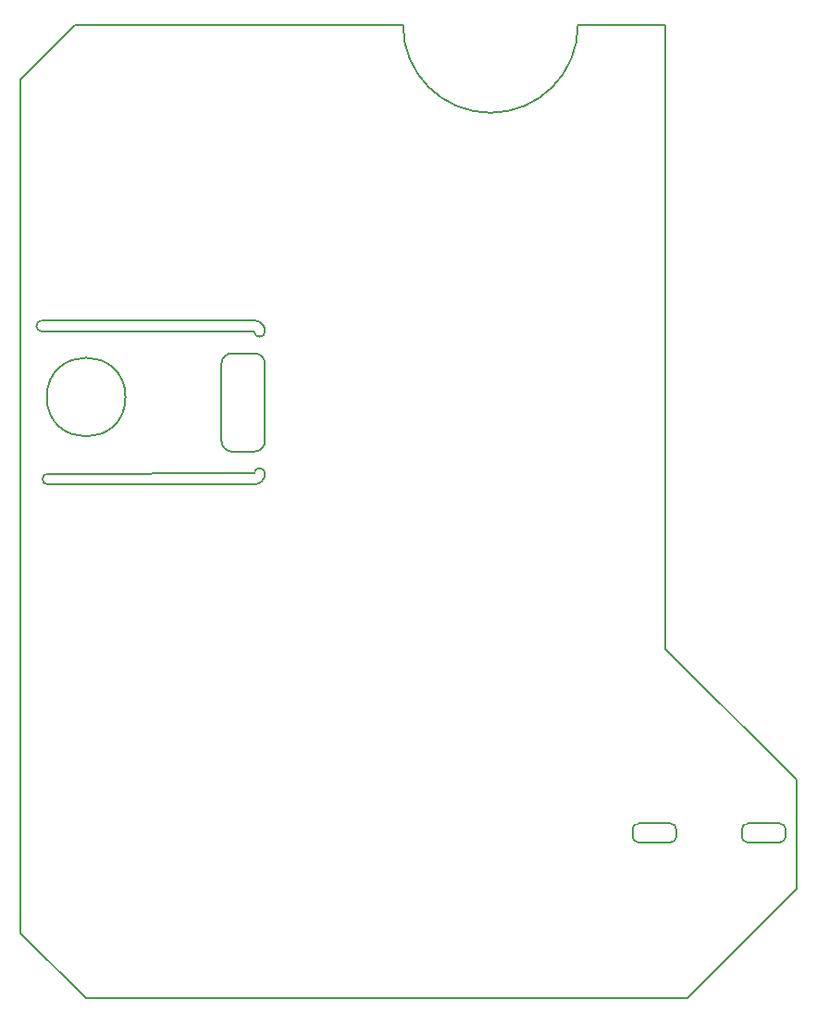
<source format=gm1>
G04 #@! TF.GenerationSoftware,KiCad,Pcbnew,5.0.0*
G04 #@! TF.CreationDate,2018-07-16T21:17:55+02:00*
G04 #@! TF.ProjectId,Heltec_Node,48656C7465635F4E6F64652E6B696361,rev?*
G04 #@! TF.SameCoordinates,Original*
G04 #@! TF.FileFunction,Profile,NP*
%FSLAX46Y46*%
G04 Gerber Fmt 4.6, Leading zero omitted, Abs format (unit mm)*
G04 Created by KiCad (PCBNEW 5.0.0) date Mon Jul 16 21:17:55 2018*
%MOMM*%
%LPD*%
G01*
G04 APERTURE LIST*
%ADD10C,0.200000*%
G04 APERTURE END LIST*
D10*
X90950000Y-104000000D02*
G75*
G02X90950000Y-103000000I0J500000D01*
G01*
X91500000Y-118000000D02*
G75*
G02X91500000Y-117000000I0J500000D01*
G01*
X124000000Y-76000000D02*
G75*
G03X140000000Y-76000000I8000000J0D01*
G01*
X89000000Y-104000000D02*
X89000000Y-81000000D01*
X148000000Y-76000000D02*
X140000000Y-76000000D01*
X148000000Y-133000000D02*
X148000000Y-76000000D01*
X160000000Y-145000000D02*
X148000000Y-133000000D01*
X160000000Y-155000000D02*
X160000000Y-145000000D01*
X150000000Y-165000000D02*
X160000000Y-155000000D01*
X95000000Y-165000000D02*
X150000000Y-165000000D01*
X89000000Y-159000000D02*
X95000000Y-165000000D01*
X89000000Y-117000000D02*
X89000000Y-159000000D01*
X94000000Y-76000000D02*
X89000000Y-81000000D01*
X124000000Y-76000000D02*
X94000000Y-76000000D01*
X98600000Y-110000000D02*
G75*
G03X98600000Y-110000000I-3600000J0D01*
G01*
X155000000Y-149500000D02*
X155000000Y-150200000D01*
X155000000Y-150200000D02*
G75*
G03X155500000Y-150700000I500000J0D01*
G01*
X155500000Y-149000000D02*
G75*
G03X155000000Y-149500000I0J-500000D01*
G01*
X149000000Y-149500000D02*
X149000000Y-150200000D01*
X148500000Y-150700000D02*
G75*
G03X149000000Y-150200000I0J500000D01*
G01*
X149000000Y-149500000D02*
G75*
G03X148500000Y-149000000I-500000J0D01*
G01*
X145000000Y-149500000D02*
X145000000Y-150200000D01*
X145000000Y-150200000D02*
G75*
G03X145500000Y-150700000I500000J0D01*
G01*
X145500000Y-149000000D02*
G75*
G03X145000000Y-149500000I0J-500000D01*
G01*
X159000000Y-149500000D02*
X159000000Y-150200000D01*
X158500000Y-150700000D02*
G75*
G03X159000000Y-150200000I0J500000D01*
G01*
X159000000Y-149500000D02*
G75*
G03X158500000Y-149000000I-500000J0D01*
G01*
X145500000Y-150700000D02*
X148500000Y-150700000D01*
X145500000Y-149000000D02*
X148500000Y-149000000D01*
X155500000Y-150700000D02*
X158500000Y-150700000D01*
X155500000Y-149000000D02*
X158500000Y-149000000D01*
X110373969Y-105991801D02*
X108373969Y-105991801D01*
X110373969Y-114991801D02*
X108373969Y-114991801D01*
X111373967Y-106990056D02*
G75*
G03X110373969Y-105991801I-999998J-1745D01*
G01*
X108373969Y-105991801D02*
G75*
G03X107373969Y-106991801I0J-1000000D01*
G01*
X107373969Y-113991801D02*
G75*
G03X108373969Y-114991801I1000000J0D01*
G01*
X110373969Y-114991801D02*
G75*
G03X111373969Y-113991801I0J1000000D01*
G01*
X89000000Y-104000000D02*
X89000000Y-117000000D01*
X107373969Y-113991801D02*
X107373969Y-106991801D01*
X111373969Y-106991801D02*
X111373969Y-113991801D01*
X111373969Y-116999801D02*
G75*
G03X110373969Y-116999801I-500000J0D01*
G01*
X110373969Y-103991801D02*
G75*
G03X111373969Y-103991801I500000J0D01*
G01*
X91450000Y-117000000D02*
X110373969Y-116991801D01*
X110373969Y-103991801D02*
X90950000Y-104000000D01*
X111373967Y-103990056D02*
G75*
G03X110373969Y-102991801I-999998J-1745D01*
G01*
X110373969Y-117991801D02*
G75*
G03X111373969Y-116991801I0J1000000D01*
G01*
X91550000Y-118000000D02*
X110373969Y-117991801D01*
X90950000Y-103000000D02*
X110373969Y-102991801D01*
M02*

</source>
